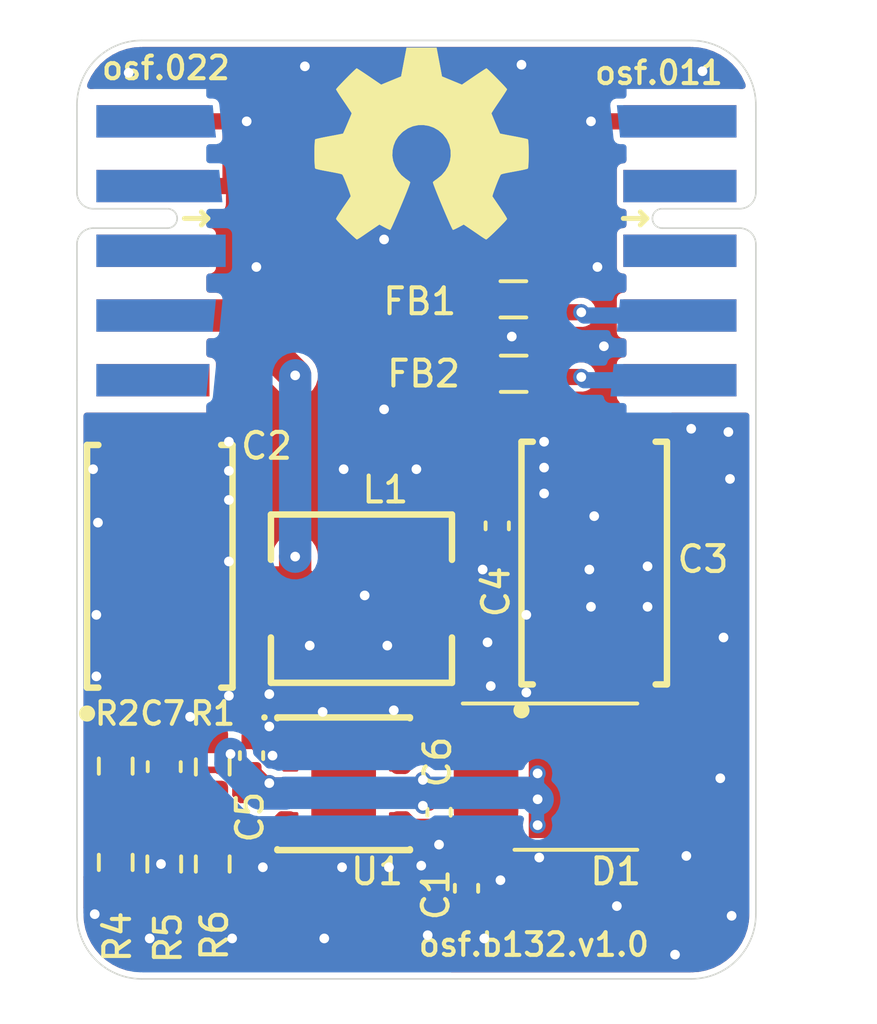
<source format=kicad_pcb>
(kicad_pcb (version 20211014) (generator pcbnew)
  (layers (0 "F.Cu" signal) (31 "B.Cu" signal) (34 "B.Paste" user) (35 "F.Paste" user) (36 "B.SilkS" user "B.Silkscreen") (37 "F.SilkS" user "F.Silkscreen") (38 "B.Mask" user) (39 "F.Mask" user) (44 "Edge.Cuts" user))
  (net 0 "")
  (net 1 "/stepup_2-LR6/SW")
  (net 2 "GND")
  (net 3 "/stepup_2-LR6/VIN")
  (net 4 "Net-(C1-Pad2)")
  (net 5 "/stepup_2-LR6/VDD")
  (net 6 "Net-(R1-Pad1)")
  (net 11 "/stepup_2-LR6/FB")
  (net 12 "/stepup_2-LR6/3.3V")
  (net 13 "/stepup_2-LR6/5V")
  (net 14 "/stepup_2-LR6/FREQ")
  (net 24 "/stepup_2-LR6/HEATSINK")
  (footprint "on_edge:on_edge_2x05_host" (layer "F.Cu") (at 161 80.5 -90)
    (fp_text reference "J2")
    (fp_text value "011_GPIO")
    (fp_line (start -1 4.1) (end -1 3.373) (layer "F.SilkS") (width 0.153))
    (fp_line (start -0.8 3.573) (end -1 3.373) (layer "F.SilkS") (width 0.153))
    (fp_line (start -1 3.373) (end -1.2 3.573) (layer "F.SilkS") (width 0.153))
    (fp_line (start -4 0) (end -1.8 0) (layer "Edge.Cuts") (width 0.05))
    (fp_line (start -0.7 2.9) (end -0.7 0.5) (layer "Edge.Cuts") (width 0.05))
    (fp_line (start -1.3 0.5) (end -1.3 2.9) (layer "Edge.Cuts") (width 0.05))
    (fp_line (start -0.2 0) (end 4 0) (layer "Edge.Cuts") (width 0.05))
    (fp_arc (start -0.7 0.5) (mid -0.553553 0.146447) (end -0.2 0) (layer "Edge.Cuts") (width 0.05))
    (fp_arc (start -0.7 2.9) (mid -1 3.2) (end -1.3 2.9) (layer "Edge.Cuts") (width 0.05))
    (fp_arc (start -1.8 0) (mid -1.446447 0.146447) (end -1.3 0.5) (layer "Edge.Cuts") (width 0.05))
    (pad "1" smd rect (at -4 2.35 270) (size 1 3.5) (layers "F.Cu" "F.Mask") (net 2 "GND"))
    (pad "2" smd rect (at -2 2.35 270) (size 1 3.5) (layers "F.Cu" "F.Mask"))
    (pad "3" smd rect (at 0 2.35 270) (size 1 3.5) (layers "F.Cu" "F.Mask"))
    (pad "4" smd rect (at 2 2.35 270) (size 1 3.5) (layers "F.Cu" "F.Mask"))
    (pad "5" smd rect (at 4 2.35 270) (size 1 3.5) (layers "F.Cu" "F.Mask"))
    (pad "6" smd custom (at -4 2.4 90) (size 1 3.6) (layers "B.Cu" "B.Mask") (options (clearance outline) (anchor rect)) (primitives (gr_poly (pts (xy 0.5 -1.8) (xy -0.5 -1.8) (xy 0.5 -1.9)) (width 0) (fill yes))))
    (pad "7" smd rect (at -2 2.35 90) (size 1 3.5) (layers "B.Cu" "B.Mask"))
    (pad "8" smd rect (at 0 2.35 90) (size 1 3.5) (layers "B.Cu" "B.Mask"))
    (pad "9" smd custom (at 2 2.4 90) (size 1 3.6) (layers "B.Cu" "B.Mask") (net 12 "/stepup_2-LR6/3.3V") (options (clearance outline) (anchor rect)) (primitives (gr_poly (pts (xy 0.5 -1.8) (xy -0.5 -1.8) (xy -0.5 -1.9)) (width 0) (fill yes))))
    (pad "10" smd custom (at 4 2.5 90) (size 1 3.8) (layers "B.Cu" "B.Mask") (net 13 "/stepup_2-LR6/5V") (options (clearance outline) (anchor rect)) (primitives (gr_poly (pts (xy 0.5 -1.9) (xy -0.5 -1.9) (xy -0.5 -2)) (width 0) (fill yes))))
    (zone (net 0) (net_name "") (layers F&B.Cu) (connect_pads (clearance 0)) (min_thickness 0.254)
      (keepout (tracks allowed) (vias not_allowed) (pads allowed) (copperpour not_allowed) (footprints not_allowed))
      (fill (thermal_gap 0.508) (thermal_bridge_width 0.508))
      (polygon (pts (xy 157 85.5) (xy 157 75.5) (xy 161 75.5) (xy 161 85.5)))
    )
  )
  (footprint "Resistor_SMD:R_0603_1608Metric" (layer "F.Cu") (at 141.2 99.4 -90)
    (fp_text reference "R4" (at 2.3 -0.05 90) (layer "F.SilkS") (effects (font (size 0.8 0.8) (thickness 0.127))))
    (fp_text value "22 kOhms")
    (fp_line (start -0.237258 -0.5225) (end 0.237258 -0.5225) (layer "F.SilkS") (width 0.12))
    (fp_line (start -0.237258 0.5225) (end 0.237258 0.5225) (layer "F.SilkS") (width 0.12))
    (pad "1" smd roundrect locked (at -0.825 0 270) (size 0.8 0.95) (layers "F.Cu" "F.Paste" "F.Mask") (net 14 "/stepup_2-LR6/FREQ"))
    (pad "2" smd roundrect locked (at 0.825 0 270) (size 0.8 0.95) (layers "F.Cu" "F.Paste" "F.Mask") (net 4 "Net-(C1-Pad2)"))
  )
  (footprint "b132:CAPMP7344X43-T_V" (layer "F.Cu") (at 142.562509 90.249994 90)
    (fp_text reference "C2" (at 3.249994 2.437491 unlocked) (layer "F.SilkS") (effects (font (size 0.8 0.8) (thickness 0.127)) (justify left bottom)))
    (fp_text value "TPSE107K016R0100" hide)
    (fp_line (start -3.750005 2.250009) (end -3.750005 1.899997) (layer "F.SilkS") (width 0.2))
    (fp_line (start 3.750006 2.250009) (end -3.750005 2.250009) (layer "F.SilkS") (width 0.2))
    (fp_line (start -3.750005 -1.899995) (end -3.750005 -2.250007) (layer "F.SilkS") (width 0.2))
    (fp_line (start 3.750006 -2.250007) (end -3.750005 -2.250007) (layer "F.SilkS") (width 0.2))
    (fp_line (start 3.750006 -1.899995) (end 3.750006 -2.250007) (layer "F.SilkS") (width 0.2))
    (fp_line (start 3.750006 2.250009) (end 3.750006 1.899997) (layer "F.SilkS") (width 0.2))
    (fp_circle (center -4.550001 -2.25) (end -4.675001 -2.25) (layer "F.SilkS") (width 0.25) (fill none))
    (pad "1" smd rect (at -2.999994 -0.000025 90) (size 2 3) (layers "F.Cu" "F.Paste" "F.Mask") (net 3 "/stepup_2-LR6/VIN"))
    (pad "2" smd rect (at 2.999994 -0.000025 90) (size 2 3) (layers "F.Cu" "F.Paste" "F.Mask") (net 2 "GND"))
  )
  (footprint "Capacitor_SMD:C_0402_1005Metric" (layer "F.Cu") (at 151.2 97.85 -90)
    (fp_text reference "C6" (at -1.55 0.05 90) (layer "F.SilkS") (effects (font (size 0.8 0.8) (thickness 0.127))))
    (fp_text value "100nF")
    (fp_line (start -0.107836 0.36) (end 0.107836 0.36) (layer "F.SilkS") (width 0.12))
    (fp_line (start -0.107836 -0.36) (end 0.107836 -0.36) (layer "F.SilkS") (width 0.12))
    (pad "1" smd roundrect locked (at -0.48 0 270) (size 0.56 0.62) (layers "F.Cu" "F.Paste" "F.Mask") (net 5 "/stepup_2-LR6/VDD"))
    (pad "2" smd roundrect locked (at 0.48 0 270) (size 0.56 0.62) (layers "F.Cu" "F.Paste" "F.Mask") (net 2 "GND"))
  )
  (footprint "Capacitor_SMD:C_0402_1005Metric" (layer "F.Cu") (at 152.05 100.2 -90)
    (fp_text reference "C1" (at 0.2 0.95 90) (layer "F.SilkS") (effects (font (size 0.8 0.8) (thickness 0.127))))
    (fp_text value "4.7pF")
    (fp_line (start -0.107836 0.36) (end 0.107836 0.36) (layer "F.SilkS") (width 0.12))
    (fp_line (start -0.107836 -0.36) (end 0.107836 -0.36) (layer "F.SilkS") (width 0.12))
    (pad "1" smd roundrect locked (at -0.48 0 270) (size 0.56 0.62) (layers "F.Cu" "F.Paste" "F.Mask") (net 1 "/stepup_2-LR6/SW"))
    (pad "2" smd roundrect locked (at 0.48 0 270) (size 0.56 0.62) (layers "F.Cu" "F.Paste" "F.Mask") (net 4 "Net-(C1-Pad2)"))
  )
  (footprint "b132:NHE0014A_V" (layer "F.Cu") (at 148.25 96.97)
    (fp_text reference "U1" (at 0.15 3.18 unlocked) (layer "F.SilkS") (effects (font (size 0.8 0.8) (thickness 0.127)) (justify left bottom)))
    (fp_text value "LM2623LDX/NOPB" hide)
    (fp_line (start 2.050001 -2.049984) (end 2.050001 -2.02499) (layer "F.SilkS") (width 0.2))
    (fp_line (start -2.050016 -2.049984) (end -2.050016 -2.02499) (layer "F.SilkS") (width 0.2))
    (fp_line (start -2.050016 2.049983) (end 2.050001 2.049983) (layer "F.SilkS") (width 0.2))
    (fp_line (start -2.050016 2.024989) (end -2.050016 2.049983) (layer "F.SilkS") (width 0.2))
    (fp_line (start 2.050001 2.024989) (end 2.050001 2.049983) (layer "F.SilkS") (width 0.2))
    (fp_line (start -2.050016 -2.049984) (end 2.050001 -2.049984) (layer "F.SilkS") (width 0.2))
    (fp_circle (center -2.45 -2.049999) (end -2.4 -2.049999) (layer "F.SilkS") (width 0.1) (fill none))
    (pad "1" smd roundrect (at -1.650017 -1.500023 90) (size 0.25 0.5) (layers "F.Cu" "F.Paste" "F.Mask") (roundrect_rratio 0.2))
    (pad "2" smd roundrect (at -1.650017 -0.999998 90) (size 0.25 0.5) (layers "F.Cu" "F.Paste" "F.Mask") (roundrect_rratio 0.2) (net 2 "GND"))
    (pad "3" smd roundrect (at -1.650017 -0.500025 90) (size 0.25 0.5) (layers "F.Cu" "F.Paste" "F.Mask") (roundrect_rratio 0.2) (net 2 "GND"))
    (pad "4" smd roundrect (at -1.650017 0 90) (size 0.25 0.5) (layers "F.Cu" "F.Paste" "F.Mask") (roundrect_rratio 0.2) (net 5 "/stepup_2-LR6/VDD"))
    (pad "5" smd roundrect (at -1.650017 0.500024 90) (size 0.25 0.5) (layers "F.Cu" "F.Paste" "F.Mask") (roundrect_rratio 0.2) (net 14 "/stepup_2-LR6/FREQ"))
    (pad "6" smd roundrect (at -1.650017 0.999998 90) (size 0.25 0.5) (layers "F.Cu" "F.Paste" "F.Mask") (roundrect_rratio 0.2) (net 11 "/stepup_2-LR6/FB"))
    (pad "7" smd roundrect (at -1.650017 1.500022 90) (size 0.25 0.5) (layers "F.Cu" "F.Paste" "F.Mask") (roundrect_rratio 0.2))
    (pad "8" smd roundrect (at 1.650002 1.500022 90) (size 0.25 0.5) (layers "F.Cu" "F.Paste" "F.Mask") (roundrect_rratio 0.2))
    (pad "9" smd roundrect (at 1.650002 0.999998 90) (size 0.25 0.5) (layers "F.Cu" "F.Paste" "F.Mask") (roundrect_rratio 0.2) (net 2 "GND"))
    (pad "10" smd roundrect (at 1.650002 0.500024 90) (size 0.25 0.5) (layers "F.Cu" "F.Paste" "F.Mask") (roundrect_rratio 0.2) (net 5 "/stepup_2-LR6/VDD"))
    (pad "11" smd roundrect (at 1.650002 0 90) (size 0.25 0.5) (layers "F.Cu" "F.Paste" "F.Mask") (roundrect_rratio 0.2) (net 5 "/stepup_2-LR6/VDD"))
    (pad "12" smd roundrect (at 1.650002 -0.500025 90) (size 0.25 0.5) (layers "F.Cu" "F.Paste" "F.Mask") (roundrect_rratio 0.2) (net 1 "/stepup_2-LR6/SW"))
    (pad "13" smd roundrect (at 1.650002 -0.999998 90) (size 0.25 0.5) (layers "F.Cu" "F.Paste" "F.Mask") (roundrect_rratio 0.2) (net 1 "/stepup_2-LR6/SW"))
    (pad "14" smd roundrect (at 1.650002 -1.500023 90) (size 0.25 0.5) (layers "F.Cu" "F.Paste" "F.Mask") (roundrect_rratio 0.2))
    (pad "15" smd roundrect (at 0.000018 0 90) (size 3 2) (layers "F.Cu" "F.Paste" "F.Mask") (roundrect_rratio 0.025) (net 24 "/stepup_2-LR6/HEATSINK"))
  )
  (footprint "Capacitor_SMD:C_0402_1005Metric" (layer "F.Cu") (at 153 89 90)
    (fp_text reference "C4" (at -2.039573 -0.040497 90) (layer "F.SilkS") (effects (font (size 0.8 0.8) (thickness 0.127))))
    (fp_text value "100nF")
    (fp_line (start -0.107836 0.36) (end 0.107836 0.36) (layer "F.SilkS") (width 0.12))
    (fp_line (start -0.107836 -0.36) (end 0.107836 -0.36) (layer "F.SilkS") (width 0.12))
    (pad "1" smd roundrect locked (at -0.48 0 90) (size 0.56 0.62) (layers "F.Cu" "F.Paste" "F.Mask") (net 5 "/stepup_2-LR6/VDD"))
    (pad "2" smd roundrect locked (at 0.48 0 90) (size 0.56 0.62) (layers "F.Cu" "F.Paste" "F.Mask") (net 2 "GND"))
  )
  (footprint "Resistor_SMD:R_0603_1608Metric" (layer "F.Cu") (at 144.2 99.45 90)
    (fp_text reference "R6" (at -2.2 0.05 90) (layer "F.SilkS") (effects (font (size 0.8 0.8) (thickness 0.127))))
    (fp_text value "6.2 kOhms")
    (fp_line (start -0.237258 0.5225) (end 0.237258 0.5225) (layer "F.SilkS") (width 0.12))
    (fp_line (start -0.237258 -0.5225) (end 0.237258 -0.5225) (layer "F.SilkS") (width 0.12))
    (pad "1" smd roundrect locked (at -0.825 0 90) (size 0.8 0.95) (layers "F.Cu" "F.Paste" "F.Mask") (net 11 "/stepup_2-LR6/FB"))
    (pad "2" smd roundrect locked (at 0.825 0 90) (size 0.8 0.95) (layers "F.Cu" "F.Paste" "F.Mask") (net 6 "Net-(R1-Pad1)"))
  )
  (footprint "Resistor_SMD:R_0603_1608Metric" (layer "F.Cu") (at 141.2 96.425 90)
    (fp_text reference "R2" (at 1.625 0.05) (layer "F.SilkS") (effects (font (size 0.7 0.7) (thickness 0.127))))
    (fp_text value "75R")
    (fp_line (start -0.237258 -0.5225) (end 0.237258 -0.5225) (layer "F.SilkS") (width 0.12))
    (fp_line (start -0.237258 0.5225) (end 0.237258 0.5225) (layer "F.SilkS") (width 0.12))
    (pad "1" smd roundrect locked (at -0.825 0 90) (size 0.8 0.95) (layers "F.Cu" "F.Paste" "F.Mask") (net 14 "/stepup_2-LR6/FREQ"))
    (pad "2" smd roundrect locked (at 0.825 0 90) (size 0.8 0.95) (layers "F.Cu" "F.Paste" "F.Mask") (net 3 "/stepup_2-LR6/VIN"))
  )
  (footprint "Symbol:OSHW-Symbol_6.7x6mm_SilkScreen" (layer "F.Cu") (at 150.65 77.2)
    (fp_text reference "LOGO1" hide)
    (fp_text value "Logo_Open_Hardware_Small" hide)
    (fp_poly (pts (xy 0.555814 -2.531069) (xy 0.639635 -2.086445) (xy 0.94892 -1.958947) (xy 1.258206 -1.831449) (xy 1.629246 -2.083754) (xy 1.733157 -2.154004) (xy 1.827087 -2.216728) (xy 1.906652 -2.269062) (xy 1.96747 -2.308143) (xy 2.005157 -2.331107) (xy 2.015421 -2.336058) (xy 2.03391 -2.323324) (xy 2.07342 -2.288118) (xy 2.129522 -2.234938) (xy 2.197787 -2.168282) (xy 2.273786 -2.092646) (xy 2.353092 -2.012528) (xy 2.431275 -1.932426) (xy 2.503907 -1.856836) (xy 2.566559 -1.790255) (xy 2.614803 -1.737182) (xy 2.64421 -1.702113) (xy 2.651241 -1.690377) (xy 2.641123 -1.66874) (xy 2.612759 -1.621338) (xy 2.569129 -1.552807) (xy 2.513218 -1.467785) (xy 2.448006 -1.370907) (xy 2.410219 -1.31565) (xy 2.341343 -1.214752) (xy 2.28014 -1.123701) (xy 2.229578 -1.04703) (xy 2.192628 -0.989272) (xy 2.172258 -0.954957) (xy 2.169197 -0.947746) (xy 2.176136 -0.927252) (xy 2.195051 -0.879487) (xy 2.223087 -0.811168) (xy 2.257391 -0.729011) (xy 2.295109 -0.63973) (xy 2.333387 -0.550042) (xy 2.36937 -0.466662) (xy 2.400206 -0.396306) (xy 2.423039 -0.34569) (xy 2.435017 -0.321529) (xy 2.435724 -0.320578) (xy 2.454531 -0.315964) (xy 2.504618 -0.305672) (xy 2.580793 -0.290713) (xy 2.677865 -0.272099) (xy 2.790643 -0.250841) (xy 2.856442 -0.238582) (xy 2.97695 -0.215638) (xy 3.085797 -0.193805) (xy 3.177476 -0.174278) (xy 3.246481 -0.158252) (xy 3.287304 -0.146921) (xy 3.295511 -0.143326) (xy 3.303548 -0.118994) (xy 3.310033 -0.064041) (xy 3.31497 0.015108) (xy 3.318364 0.112026) (xy 3.320218 0.220287) (xy 3.320538 0.333465) (xy 3.319327 0.445135) (xy 3.31659 0.548868) (xy 3.312331 0.638241) (xy 3.306555 0.706826) (xy 3.299267 0.748197) (xy 3.294895 0.75681) (xy 3.268764 0.767133) (xy 3.213393 0.781892) (xy 3.136107 0.799352) (xy 3.04423 0.81778) (xy 3.012158 0.823741) (xy 2.857524 0.852066) (xy 2.735375 0.874876) (xy 2.641673 0.89308) (xy 2.572384 0.907583) (xy 2.523471 0.919292) (xy 2.490897 0.929115) (xy 2.470628 0.937956) (xy 2.458626 0.946724) (xy 2.456947 0.948457) (xy 2.440184 0.976371) (xy 2.414614 1.030695) (xy 2.382788 1.104777) (xy 2.34726 1.191965) (xy 2.310583 1.285608) (xy 2.275311 1.379052) (xy 2.243996 1.465647) (xy 2.219193 1.53874) (xy 2.203454 1.591678) (xy 2.199332 1.617811) (xy 2.199676 1.618726) (xy 2.213641 1.640086) (xy 2.245322 1.687084) (xy 2.291391 1.754827) (xy 2.348518 1.838423) (xy 2.413373 1.932982) (xy 2.431843 1.959854) (xy 2.497699 2.057275) (xy 2.55565 2.146163) (xy 2.602538 2.221412) (xy 2.635207 2.27792) (xy 2.6505 2.310581) (xy 2.651241 2.314593) (xy 2.638392 2.335684) (xy 2.602888 2.377464) (xy 2.549293 2.435445) (xy 2.482171 2.505135) (xy 2.406087 2.582045) (xy 2.325604 2.661683) (xy 2.245287 2.739561) (xy 2.169699 2.811186) (xy 2.103405 2.87207) (xy 2.050969 2.917721) (xy 2.016955 2.94365) (xy 2.007545 2.947883) (xy 1.985643 2.937912) (xy 1.9408 2.91102) (xy 1.880321 2.871736) (xy 1.833789 2.840117) (xy 1.749475 2.782098) (xy 1.649626 2.713784) (xy 1.549473 2.645579) (xy 1.495627 2.609075) (xy 1.313371 2.4858) (xy 1.160381 2.56852) (xy 1.090682 2.604759) (xy 1.031414 2.632926) (xy 0.991311 2.648991) (xy 0.981103 2.651226) (xy 0.968829 2.634722) (xy 0.944613 2.588082) (xy 0.910263 2.515609) (xy 0.867588 2.421606) (xy 0.818394 2.310374) (xy 0.76449 2.186215) (xy 0.707684 2.053432) (xy 0.649782 1.916327) (xy 0.592593 1.779202) (xy 0.537924 1.646358) (xy 0.487584 1.522098) (xy 0.44338 1.410725) (xy 0.407119 1.316539) (xy 0.380609 1.243844) (xy 0.365658 1.196941) (xy 0.363254 1.180833) (xy 0.382311 1.160286) (xy 0.424036 1.126933) (xy 0.479706 1.087702) (xy 0.484378 1.084599) (xy 0.628264 0.969423) (xy 0.744283 0.835053) (xy 0.83143 0.685784) (xy 0.888699 0.525913) (xy 0.915086 0.359737) (xy 0.909585 0.191552) (xy 0.87119 0.025655) (xy 0.798895 -0.133658) (xy 0.777626 -0.168513) (xy 0.666996 -0.309263) (xy 0.536302 -0.422286) (xy 0.390064 -0.506997) (xy 0.232808 -0.562806) (xy 0.069057 -0.589126) (xy -0.096667 -0.58537) (xy -0.259838 -0.55095) (xy -0.415935 -0.485277) (xy -0.560433 -0.387765) (xy -0.605131 -0.348187) (xy -0.718888 -0.224297) (xy -0.801782 -0.093876) (xy -0.858644 0.052315) (xy -0.890313 0.197088) (xy -0.898131 0.35986) (xy -0.872062 0.52344) (xy -0.814755 0.682298) (xy -0.728856 0.830906) (xy -0.617014 0.963735) (xy -0.481877 1.075256) (xy -0.464117 1.087011) (xy -0.40785 1.125508) (xy -0.365077 1.158863) (xy -0.344628 1.18016) (xy -0.344331 1.180833) (xy -0.348721 1.203871) (xy -0.366124 1.256157) (xy -0.394732 1.33339) (xy -0.432735 1.431268) (xy -0.478326 1.545491) (xy -0.529697 1.671758) (xy -0.585038 1.805767) (xy -0.642542 1.943218) (xy -0.700399 2.079808) (xy -0.756802 2.211237) (xy -0.809942 2.333205) (xy -0.85801 2.441409) (xy -0.899199 2.531549) (xy -0.931699 2.599323) (xy -0.953703 2.64043) (xy -0.962564 2.651226) (xy -0.98964 2.642819) (xy -1.040303 2.620272) (xy -1.105817 2.587613) (xy -1.141841 2.56852) (xy -1.294832 2.4858) (xy -1.477088 2.609075) (xy -1.570125 2.672228) (xy -1.671985 2.741727) (xy -1.767438 2.807165) (xy -1.81525 2.840117) (xy -1.882495 2.885273) (xy -1.939436 2.921057) (xy -1.978646 2.942938) (xy -1.991381 2.947563) (xy -2.009917 2.935085) (xy -2.050941 2.900252) (xy -2.110475 2.846678) (xy -2.184542 2.777983) (xy -2.269165 2.697781) (xy -2.322685 2.646286) (xy -2.416319 2.554286) (xy -2.497241 2.471999) (xy -2.562177 2.402945) (xy -2.607858 2.350644) (xy -2.631011 2.318616) (xy -2.633232 2.312116) (xy -2.622924 2.287394) (xy -2.594439 2.237405) (xy -2.550937 2.167212) (xy -2.495577 2.081875) (xy -2.43152 1.986456) (xy -2.413303 1.959854) (xy -2.346927 1.863167) (xy -2.287378 1.776117) (xy -2.237984 1.703595) (xy -2.202075 1.650493) (xy -2.182981 1.621703) (xy -2.181136 1.618726) (xy -2.183895 1.595782) (xy -2.198538 1.545336) (xy -2.222513 1.474041) (xy -2.253266 1.388547) (xy -2.288244 1.295507) (xy -2.324893 1.201574) (xy -2.360661 1.113399) (xy -2.392994 1.037634) (xy -2.419338 0.980931) (xy -2.437142 0.949943) (xy -2.438407 0.948457) (xy -2.449294 0.939601) (xy -2.467682 0.930843) (xy -2.497606 0.921277) (xy -2.543103 0.909996) (xy -2.608209 0.896093) (xy -2.696961 0.878663) (xy -2.813393 0.856798) (xy -2.961542 0.829591) (xy -2.993618 0.823741) (xy -3.088686 0.805374) (xy -3.171565 0.787405) (xy -3.23493 0.771569) (xy -3.271458 0.7596) (xy -3.276356 0.75681) (xy -3.284427 0.732072) (xy -3.290987 0.67679) (xy -3.296033 0.597389) (xy -3.299559 0.500296) (xy -3.301561 0.391938) (xy -3.302036 0.27874) (xy -3.300977 0.167128) (xy -3.298382 0.063529) (xy -3.294246 -0.025632) (xy -3.288563 -0.093928) (xy -3.281331 -0.134934) (xy -3.276971 -0.143326) (xy -3.252698 -0.151792) (xy -3.197426 -0.165565) (xy -3.116662 -0.18345) (xy -3.015912 -0.204252) (xy -2.900683 -0.226777) (xy -2.837902 -0.238582) (xy -2.718787 -0.260849) (xy -2.612565 -0.281021) (xy -2.524427 -0.298085) (xy -2.459566 -0.311031) (xy -2.423174 -0.318845) (xy -2.417184 -0.320578) (xy -2.407061 -0.34011) (xy -2.385662 -0.387157) (xy -2.355839 -0.454997) (xy -2.320445 -0.536909) (xy -2.282332 -0.626172) (xy -2.244353 -0.716065) (xy -2.20936 -0.799865) (xy -2.180206 -0.870853) (xy -2.159743 -0.922306) (xy -2.150823 -0.947503) (xy -2.150657 -0.948604) (xy -2.160769 -0.968481) (xy -2.189117 -1.014223) (xy -2.232723 -1.081283) (xy -2.288606 -1.165116) (xy -2.353787 -1.261174) (xy -2.391679 -1.31635) (xy -2.460725 -1.417519) (xy -2.52205 -1.50937) (xy -2.572663 -1.587256) (xy -2.609571 -1.646531) (xy -2.629782 -1.682549) (xy -2.632701 -1.690623) (xy -2.620153 -1.709416) (xy -2.585463 -1.749543) (xy -2.533063 -1.806507) (xy -2.467384 -1.875815) (xy -2.392856 -1.952969) (xy -2.313913 -2.033475) (xy -2.234983 -2.112837) (xy -2.1605 -2.18656) (xy -2.094894 -2.250148) (xy -2.042596 -2.299106) (xy -2.008039 -2.328939) (xy -1.996478 -2.336058) (xy -1.977654 -2.326047) (xy -1.932631 -2.297922) (xy -1.865787 -2.254546) (xy -1.781499 -2.198782) (xy -1.684144 -2.133494) (xy -1.610707 -2.083754) (xy -1.239667 -1.831449) (xy -0.621095 -2.086445) (xy -0.537275 -2.531069) (xy -0.453454 -2.975693) (xy 0.471994 -2.975693) (xy 0.555814 -2.531069)) (layer "F.SilkS") (width 0.01) (fill solid))
  )
  (footprint "Capacitor_SMD:C_0402_1005Metric" (layer "F.Cu") (at 145.4 96.1 90)
    (fp_text reference "C5" (at -1.9 -0.05 90) (layer "F.SilkS") (effects (font (size 0.8 0.8) (thickness 0.127))))
    (fp_text value "100nF")
    (fp_line (start -0.107836 -0.36) (end 0.107836 -0.36) (layer "F.SilkS") (width 0.12))
    (fp_line (start -0.107836 0.36) (end 0.107836 0.36) (layer "F.SilkS") (width 0.12))
    (pad "1" smd roundrect locked (at -0.48 0 90) (size 0.56 0.62) (layers "F.Cu" "F.Paste" "F.Mask") (net 5 "/stepup_2-LR6/VDD"))
    (pad "2" smd roundrect locked (at 0.48 0 90) (size 0.56 0.62) (layers "F.Cu" "F.Paste" "F.Mask") (net 2 "GND"))
  )
  (footprint "b132:WURTH 5040" (layer "F.Cu") (at 148.8 91.249994)
    (fp_text reference "L1" (at -0.05 -2.899994 unlocked) (layer "F.SilkS") (effects (font (size 0.8 0.8) (thickness 0.127)) (justify left bottom)))
    (fp_text value "4.7uH" hide)
    (fp_line (start -2.800023 -1.199995) (end -2.800023 -2.599992) (layer "F.SilkS") (width 0.2))
    (fp_line (start -2.800023 -2.599992) (end 2.800017 -2.599992) (layer "F.SilkS") (width 0.2))
    (fp_line (start 2.800017 -1.199995) (end 2.800017 -2.599992) (layer "F.SilkS") (width 0.2))
    (fp_line (start -2.800023 2.599997) (end 2.800017 2.599997) (layer "F.SilkS") (width 0.2))
    (fp_line (start 2.800017 2.599997) (end 2.800017 1.2) (layer "F.SilkS") (width 0.2))
    (fp_line (start -2.800023 2.599997) (end -2.800023 1.2) (layer "F.SilkS") (width 0.2))
    (pad "1" smd rect (at -2.050012 0.000003 90) (size 1.6 1.9) (layers "F.Cu" "F.Paste" "F.Mask") (net 3 "/stepup_2-LR6/VIN"))
    (pad "2" smd rect (at 2.050006 0.000003 90) (size 1.6 1.9) (layers "F.Cu" "F.Paste" "F.Mask") (net 1 "/stepup_2-LR6/SW"))
  )
  (footprint "Capacitor_SMD:C_0603_1608Metric" (layer "F.Cu") (at 142.7 96.441833 -90)
    (fp_text reference "C7" (at -1.641833 0.05 180) (layer "F.SilkS") (effects (font (size 0.7 0.7) (thickness 0.127))))
    (fp_text value "33pF")
    (fp_line (start -0.14058 -0.51) (end 0.14058 -0.51) (layer "F.SilkS") (width 0.12))
    (fp_line (start -0.14058 0.51) (end 0.14058 0.51) (layer "F.SilkS") (width 0.12))
    (pad "1" smd roundrect locked (at -0.775 0 270) (size 0.9 0.95) (layers "F.Cu" "F.Paste" "F.Mask") (net 5 "/stepup_2-LR6/VDD"))
    (pad "2" smd roundrect locked (at 0.775 0 270) (size 0.9 0.95) (layers "F.Cu" "F.Paste" "F.Mask") (net 11 "/stepup_2-LR6/FB"))
  )
  (footprint "b132:PMEG100V100ELPDAZ" (layer "F.Cu") (at 156.45 96.75 180)
    (fp_text reference "D1" (at 0.65 -3.4 unlocked) (layer "F.SilkS") (effects (font (size 0.8 0.8) (thickness 0.127)) (justify left bottom)))
    (fp_text value "PMEG100V100ELPDAZ" hide)
    (fp_line (start -0.883999 -2.26) (end 2.915999 -2.26) (layer "F.SilkS") (width 0.12))
    (fp_line (start -0.883999 2.26) (end 4.516 2.26) (layer "F.SilkS") (width 0.12))
    (pad "1" smd rect (at 3.795999 1.065 180) (size 1.44 1.6) (layers "F.Cu" "F.Paste" "F.Mask") (net 1 "/stepup_2-LR6/SW"))
    (pad "2" smd rect (at 3.795999 -1.065 180) (size 1.44 1.6) (layers "F.Cu" "F.Paste" "F.Mask") (net 1 "/stepup_2-LR6/SW"))
    (pad "3" smd rect (at -0.004001 0 180) (size 4.96 3.8) (layers "F.Cu" "F.Paste" "F.Mask") (net 5 "/stepup_2-LR6/VDD"))
  )
  (footprint "Resistor_SMD:R_0603_1608Metric" (layer "F.Cu") (at 142.7 99.45 90)
    (fp_text reference "R5" (at -2.281439 0.116637 90) (layer "F.SilkS") (effects (font (size 0.8 0.8) (thickness 0.127))))
    (fp_text value "100 kOhms")
    (fp_line (start -0.237258 -0.5225) (end 0.237258 -0.5225) (layer "F.SilkS") (width 0.12))
    (fp_line (start -0.237258 0.5225) (end 0.237258 0.5225) (layer "F.SilkS") (width 0.12))
    (pad "1" smd roundrect locked (at -0.825 0 90) (size 0.8 0.95) (layers "F.Cu" "F.Paste" "F.Mask") (net 2 "GND"))
    (pad "2" smd roundrect locked (at 0.825 0 90) (size 0.8 0.95) (layers "F.Cu" "F.Paste" "F.Mask") (net 11 "/stepup_2-LR6/FB"))
  )
  (footprint "Inductor_SMD:L_0805_2012Metric" (layer "F.Cu") (at 153.509617 84.3)
    (fp_text reference "FB2" (at -2.7875 0) (layer "F.SilkS") (effects (font (size 0.8 0.8) (thickness 0.127))))
    (fp_text value "200R_2A")
    (fp_line (start -0.399622 -0.56) (end 0.399622 -0.56) (layer "F.SilkS") (width 0.12))
    (fp_line (start -0.399622 0.56) (end 0.399622 0.56) (layer "F.SilkS") (width 0.12))
    (pad "1" smd roundrect locked (at -1.0625 0) (size 0.875 1.2) (layers "F.Cu" "F.Paste" "F.Mask") (net 5 "/stepup_2-LR6/VDD"))
    (pad "2" smd roundrect locked (at 1.0625 0) (size 0.875 1.2) (layers "F.Cu" "F.Paste" "F.Mask") (net 13 "/stepup_2-LR6/5V"))
  )
  (footprint "on_edge:on_edge_2x05_device" (layer "F.Cu") (at 140 80.5 -90)
    (fp_text reference "J1")
    (fp_text value "022_battery_cells")
    (fp_line (start -1 -4.05) (end -0.8 -3.85) (layer "F.SilkS") (width 0.153))
    (fp_line (start -1.2 -3.85) (end -1 -4.05) (layer "F.SilkS") (width 0.153))
    (fp_line (start -1 -4.05) (end -1 -3.323) (layer "F.SilkS") (width 0.153))
    (fp_line (start -1.3 -2.8) (end -1.3 -0.5) (layer "Edge.Cuts") (width 0.05))
    (fp_line (start -0.7 -0.5) (end -0.7 -2.8) (layer "Edge.Cuts") (width 0.05))
    (fp_line (start -4 0) (end -1.8 0) (layer "Edge.Cuts") (width 0.05))
    (fp_line (start -0.2 0) (end 4 0) (layer "Edge.Cuts") (width 0.05))
    (fp_arc (start -1.3 -2.8) (mid -1 -3.1) (end -0.7 -2.8) (layer "Edge.Cuts") (width 0.05))
    (fp_arc (start -1.3 -0.5) (mid -1.446447 -0.146447) (end -1.8 0) (layer "Edge.Cuts") (width 0.05))
    (fp_arc (start -0.2 0) (mid -0.553553 -0.146447) (end -0.7 -0.5) (layer "Edge.Cuts") (width 0.05))
    (pad "1" smd rect (at -4 -2.35 90) (size 1 3.5) (layers "F.Cu" "F.Mask") (net 2 "GND"))
    (pad "2" smd rect (at -2 -2.35 270) (size 1 3.5) (layers "F.Cu" "F.Mask") (net 2 "GND"))
    (pad "3" smd rect (at 0 -2.35 270) (size 1 3.5) (layers "F.Cu" "F.Mask"))
    (pad "4" smd rect (at 2 -2.35 90) (size 1 3.5) (layers "F.Cu" "F.Mask") (net 3 "/stepup_2-LR6/VIN"))
    (pad "5" smd rect (at 4 -2.35 90) (size 1 3.5) (layers "F.Cu" "F.Mask"))
    (pad "6" smd custom (at -4 -2.4 270) (size 1 3.6) (layers "B.Cu" "B.Mask") (options (clearance outline) (anchor rect)) (primitives (gr_poly (pts (xy 0.5 -1.8) (xy 0.5 -1.9) (xy -0.5 -1.8)) (width 0) (fill yes))))
    (pad "7" smd custom (at -2 -2.1 270) (size 1 3) (layers "B.Cu" "B.Mask") (options (clearance outline) (anchor rect)) (primitives (gr_poly (pts (xy 0.3 -0.51) (xy 0.31 -0.62) (xy 0.33 -0.7) (xy 0.35 -0.76) (xy 0.37 -0.81) (xy 0.4 -0.86) (xy 0.44 -0.92) (xy 0.48 -0.97) (xy 0.5 -0.99) (xy 0.5 -2.4) (xy -0.5 -2.3) (xy -0.5 1.5) (xy 0.3 1.5)) (width 0) (fill yes))))
    (pad "8" smd rect (at 0 -2.6 270) (size 1 4) (layers "B.Cu" "B.Mask"))
    (pad "9" smd custom (at 2 -2.4 270) (size 1 3.6) (layers "B.Cu" "B.Mask") (options (clearance outline) (anchor rect)) (primitives (gr_poly (pts (xy -0.5 -1.8) (xy -0.5 -1.9) (xy 0.5 -1.8)) (width 0) (fill yes))))
    (pad "10" smd custom (at 4 -2.3 270) (size 1 3.4) (layers "B.Cu" "B.Mask") (options (clearance outline) (anchor rect)) (primitives (gr_poly (pts (xy -0.5 -1.7) (xy -0.5 -1.8) (xy 0.5 -1.7)) (width 0) (fill yes))))
    (zone (net 0) (net_name "") (layers F&B.Cu) (connect_pads (clearance 0)) (min_thickness 0.254)
      (keepout (tracks allowed) (vias not_allowed) (pads allowed) (copperpour not_allowed) (footprints not_allowed))
      (fill (thermal_gap 0.508) (thermal_bridge_width 0.508))
      (polygon (pts (xy 140 85.5) (xy 140 75.5) (xy 144 75.5) (xy 144 85.5)))
    )
  )
  (footprint "b132:CAPMP7344X43-T_V" (layer "F.Cu") (at 156 90.15 90)
    (fp_text reference "C3" (at -0.35 2.5 unlocked) (layer "F.SilkS") (effects (font (size 0.8 0.8) (thickness 0.127)) (justify left bottom)))
    (fp_text value "TPSE107K016R0100" hide)
    (fp_line (start 3.750006 -1.899995) (end 3.750006 -2.250007) (layer "F.SilkS") (width 0.2))
    (fp_line (start -3.750005 2.250009) (end -3.750005 1.899997) (layer "F.SilkS") (width 0.2))
    (fp_line (start 3.750006 -2.250007) (end -3.750005 -2.250007) (layer "F.SilkS") (width 0.2))
    (fp_line (start 3.750006 2.250009) (end 3.750006 1.899997) (layer "F.SilkS") (width 0.2))
    (fp_line (start 3.750006 2.250009) (end -3.750005 2.250009) (layer "F.SilkS") (width 0.2))
    (fp_line (start -3.750005 -1.899995) (end -3.750005 -2.250007) (layer "F.SilkS") (width 0.2))
    (fp_circle (center -4.550001 -2.25) (end -4.675001 -2.25) (layer "F.SilkS") (width 0.25) (fill none))
    (pad "1" smd rect (at -2.999994 -0.000025 90) (size 2 3) (layers "F.Cu" "F.Paste" "F.Mask") (net 5 "/stepup_2-LR6/VDD"))
    (pad "2" smd rect (at 2.999994 -0.000025 90) (size 2 3) (layers "F.Cu" "F.Paste" "F.Mask") (net 2 "GND"))
  )
  (footprint "Inductor_SMD:L_0805_2012Metric" (layer "F.Cu") (at 153.5 82)
    (fp_text reference "FB1" (at -2.897272 0.065089) (layer "F.SilkS") (effects (font (size 0.8 0.8) (thickness 0.127))))
    (fp_text value "200R_2A")
    (fp_line (start -0.399622 -0.56) (end 0.399622 -0.56) (layer "F.SilkS") (width 0.12))
    (fp_line (start -0.399622 0.56) (end 0.399622 0.56) (layer "F.SilkS") (width 0.12))
    (pad "1" smd roundrect locked (at -1.0625 0) (size 0.875 1.2) (layers "F.Cu" "F.Paste" "F.Mask") (net 5 "/stepup_2-LR6/VDD"))
    (pad "2" smd roundrect locked (at 1.0625 0) (size 0.875 1.2) (layers "F.Cu" "F.Paste" "F.Mask") (net 12 "/stepup_2-LR6/3.3V"))
  )
  (footprint "Resistor_SMD:R_0603_1608Metric" (layer "F.Cu") (at 144.2 96.45 90)
    (fp_text reference "R1" (at 1.65 0 180) (layer "F.SilkS") (effects (font (size 0.7 0.7) (thickness 0.127))))
    (fp_text value "160 kOhms")
    (fp_line (start -0.237258 0.5225) (end 0.237258 0.5225) (layer "F.SilkS") (width 0.12))
    (fp_line (start -0.237258 -0.5225) (end 0.237258 -0.5225) (layer "F.SilkS") (width 0.12))
    (pad "1" smd roundrect locked (at -0.825 0 90) (size 0.8 0.95) (layers "F.Cu" "F.Paste" "F.Mask") (net 6 "Net-(R1-Pad1)"))
    (pad "2" smd roundrect locked (at 0.825 0 90) (size 0.8 0.95) (layers "F.Cu" "F.Paste" "F.Mask") (net 5 "/stepup_2-LR6/VDD"))
  )
  (gr_line (start 161 76) (end 161 76.5) (layer "Edge.Cuts") (width 0.05))
  (gr_line (start 140 84.5) (end 140 101) (layer "Edge.Cuts") (width 0.05))
  (gr_line (start 142 74) (end 159 74) (layer "Edge.Cuts") (width 0.05))
  (gr_arc (start 161 101) (mid 160.414214 102.414214) (end 159 103) (layer "Edge.Cuts") (width 0.05))
  (gr_line (start 159 103) (end 142 103) (layer "Edge.Cuts") (width 0.05))
  (gr_arc (start 159 74) (mid 160.414214 74.585786) (end 161 76) (layer "Edge.Cuts") (width 0.05))
  (gr_line (start 140 76.5) (end 140 76) (layer "Edge.Cuts") (width 0.05))
  (gr_line (start 161 101) (end 161 84.5) (layer "Edge.Cuts") (width 0.05))
  (gr_arc (start 142 103) (mid 140.585786 102.414214) (end 140 101) (layer "Edge.Cuts") (width 0.05))
  (gr_arc (start 140 76) (mid 140.585786 74.585786) (end 142 74) (layer "Edge.Cuts") (width 0.05))
  (gr_text "osf.011" (at 158 75) (layer "F.SilkS") (effects (font (size 0.7 0.7) (thickness 0.127))))
  (gr_text "osf.b132.v1.0" (at 150.5 102.35) (layer "F.SilkS") (effects (font (size 0.7 0.7) (thickness 0.127)) (justify left bottom)))
  (gr_text "osf.022" (at 142.75 74.85) (layer "F.SilkS") (effects (font (size 0.7 0.7) (thickness 0.127))))
  (segment (start 151.38 94.538184) (end 152.526816 95.685) (width 2) (layer "F.Cu") (net 1))
  (segment (start 149.900002 96.469975) (end 150.130025 96.469975) (width 0.4) (layer "F.Cu") (net 1))
  (segment (start 150.850006 95.370006) (end 151.165 95.685) (width 1) (layer "F.Cu") (net 1))
  (segment (start 151.38 94.18) (end 151.38 94.538184) (width 2) (layer "F.Cu") (net 1))
  (segment (start 150.55 96.05) (end 150.8 96.05) (width 0.4) (layer "F.Cu") (net 1))
  (segment (start 152.654001 99.115999) (end 152.05 99.72) (width 1) (layer "F.Cu") (net 1))
  (segment (start 151.02 91.419991) (end 151.02 93.82) (width 2) (layer "F.Cu") (net 1))
  (segment (start 151.02 93.82) (end 151.38 94.18) (width 2) (layer "F.Cu") (net 1))
  (segment (start 150.850006 91.249997) (end 151.02 91.419991) (width 2) (layer "F.Cu") (net 1))
  (segment (start 152.654001 95.685) (end 151.165 95.685) (width 1) (layer "F.Cu") (net 1))
  (segment (start 150.25001 95.970002) (end 150.850006 95.370006) (width 0.4) (layer "F.Cu") (net 1))
  (segment (start 150.8 96.05) (end 151.165 95.685) (width 0.4) (layer "F.Cu") (net 1))
  (segment (start 152.654001 95.685) (end 152.654001 97.815) (width 2) (layer "F.Cu") (net 1))
  (segment (start 150.130025 96.469975) (end 150.55 96.05) (width 0.4) (layer "F.Cu") (net 1))
  (segment (start 152.654001 97.815) (end 152.654001 99.115999) (width 1) (layer "F.Cu") (net 1))
  (segment (start 152.526816 95.685) (end 152.654001 95.685) (width 2) (layer "F.Cu") (net 1))
  (segment (start 149.900002 95.970002) (end 150.25001 95.970002) (width 0.4) (layer "F.Cu") (net 1))
  (segment (start 150.850006 91.249997) (end 150.850006 95.370006) (width 1) (layer "F.Cu") (net 1))
  (segment (start 144.7 76.5) (end 142.35 76.5) (width 0.5) (layer "F.Cu") (net 2))
  (segment (start 140.55 101) (end 140.35 100.8) (width 0.3) (layer "F.Cu") (net 2))
  (segment (start 140.35 100.8) (end 140.35 99.85) (width 0.3) (layer "F.Cu") (net 2))
  (segment (start 142.6 99.45) (end 142.7 99.55) (width 0.3) (layer "F.Cu") (net 2))
  (segment (start 149.4 87.25) (end 150.5 87.25) (width 2) (layer "F.Cu") (net 2))
  (segment (start 151.2 98.33) (end 151.2 98.65) (width 0.3) (layer "F.Cu") (net 2))
  (segment (start 144.75 78.45) (end 144.75 76.55) (width 0.5) (layer "F.Cu") (net 2))
  (segment (start 142.35 78.5) (end 144.7 78.5) (width 0.5) (layer "F.Cu") (net 2))
  (segment (start 150.4 98.2) (end 151.07 98.2) (width 0.3) (layer "F.Cu") (net 2))
  (segment (start 146.040438 96.25) (end 146.6 96.25) (width 0.4) (layer "F.Cu") (net 2))
  (segment (start 146 95.798994) (end 146.171008 95.970002) (width 0.4) (layer "F.Cu") (net 2))
  (segment (start 140.75 99.45) (end 142.6 99.45) (width 0.3) (layer "F.Cu") (net 2))
  (segment (start 149.5 76.5) (end 149.5 80.15) (width 0.5) (layer "F.Cu") (net 2))
  (segment (start 148.25 87.25) (end 149.4 87.25) (width 2) (layer "F.Cu") (net 2))
  (segment (start 146 94.7) (end 146 95.2) (width 0.4) (layer "F.Cu") (net 2))
  (segment (start 155.9 76.5) (end 149.5 76.5) (width 0.5) (layer "F.Cu") (net 2))
  (segment (start 151.07 98.2) (end 151.2 98.33) (width 0.3) (layer "F.Cu") (net 2))
  (segment (start 155.899981 87.25) (end 155.999975 87.150006) (width 2) (layer "F.Cu") (net 2))
  (segment (start 150.169998 97.969998) (end 150.4 98.2) (width 0.3) (layer "F.Cu") (net 2))
  (segment (start 145.4 95.62) (end 145.53 95.62) (width 0.4) (layer "F.Cu") (net 2))
  (segment (start 149.5 76.5) (end 145.25 76.5) (width 0.5) (layer "F.Cu") (net 2))
  (segment (start 140.35 99.85) (end 140.75 99.45) (width 0.3) (layer "F.Cu") (net 2))
  (segment (start 145.95 94.2) (end 146 94.25) (width 0.4) (layer "F.Cu") (net 2))
  (segment (start 144.75 76.55) (end 144.7 76.5) (width 0.5) (layer "F.Cu") (net 2))
  (segment (start 142.562484 87.25) (end 148.25 87.25) (width 2) (layer "F.Cu") (net 2))
  (segment (start 145.65 94.5) (end 145.95 94.2) (width 0.4) (layer "F.Cu") (net 2))
  (segment (start 144.7 78.5) (end 144.75 78.45) (width 0.5) (layer "F.Cu") (net 2))
  (segment (start 149.5 80.15) (end 149.5 85.4) (width 0.5) (layer "F.Cu") (net 2))
  (segment (start 145.410438 95.62) (end 145.945219 96.154781) (width 0.4) (layer "F.Cu") (net 2))
  (segment (start 145.53 95.62) (end 145.65 95.5) (width 0.4) (layer "F.Cu") (net 2))
  (segment (start 145.945219 96.154781) (end 146.040438 96.25) (width 0.4) (layer "F.Cu") (net 2))
  (segment (start 145.4 95.62) (end 145.410438 95.62) (width 0.4) (layer "F.Cu") (net 2))
  (segment (start 149.5 87.15) (end 149.4 87.25) (width 0.5) (layer "F.Cu") (net 2))
  (segment (start 146 94.25) (end 146 94.7) (width 0.4) (layer "F.Cu") (net 2))
  (segment (start 146 95.2) (end 146 95.798994) (width 0.4) (layer "F.Cu") (net 2))
  (segment (start 146.171008 95.970002) (end 146.599983 95.970002) (width 0.4) (layer "F.Cu") (net 2))
  (segment (start 145.25 76.5) (end 144.7 76.5) (width 0.5) (layer "F.Cu") (net 2))
  (segment (start 149.900002 97.969998) (end 150.169998 97.969998) (width 0.3) (layer "F.Cu") (net 2))
  (segment (start 142.7 99.55) (end 142.7 100.225) (width 0.3) (layer "F.Cu") (net 2))
  (segment (start 150.5 87.25) (end 155.899981 87.25) (width 2) (layer "F.Cu") (net 2))
  (segment (start 145.65 95.5) (end 145.65 94.5) (width 0.4) (layer "F.Cu") (net 2))
  (segment (start 158.65 76.5) (end 155.9 76.5) (width 0.5) (layer "F.Cu") (net 2))
  (segment (start 149.5 85.4) (end 149.5 87.15) (width 0.5) (layer "F.Cu") (net 2))
  (via (at 147.05 74.8) (size 0.5) (drill 0.3) (layers "F.Cu" "B.Cu") (net 2))
  (via (at 144.7 86.4) (size 0.5) (drill 0.3) (layers "F.Cu" "B.Cu") (net 2))
  (via (at 149.8 94.7) (size 0.5) (drill 0.3) (layers "F.Cu" "B.Cu") (net 2))
  (via (at 156 88.7) (size 0.5) (drill 0.3) (layers "F.Cu" "B.Cu") (net 2))
  (via (at 146.05 96.1) (size 0.5) (drill 0.3) (layers "F.Cu" "B.Cu") (net 2))
  (via (at 142.6 99.45) (size 0.5) (drill 0.3) (layers "F.Cu" "B.Cu") (net 2))
  (via (at 148.9 91.15) (size 0.5) (drill 0.3) (layers "F.Cu" "B.Cu") (net 2))
  (via (at 153.1 99.95) (size 0.5) (drill 0.3) (layers "F.Cu" "B.Cu") (net 2))
  (via (at 153.45 83.15) (size 0.5) (drill 0.3) (layers "F.Cu" "B.Cu") (net 2))
  (via (at 149.65 99.55) (size 0.5) (drill 0.3) (layers "F.Cu" "B.Cu") (net 2))
  (via (at 160.15 86.1) (size 0.5) (drill 0.3) (layers "F.Cu" "B.Cu") (net 2))
  (via (at 152.55 90.35) (size 0.5) (drill 0.3) (layers "F.Cu" "B.Cu") (net 2))
  (via (at 149.6 92.7) (size 0.5) (drill 0.3) (layers "F.Cu" "B.Cu") (net 2))
  (via (at 147.2 92.7) (size 0.5) (drill 0.3) (layers "F.Cu" "B.Cu") (net 2))
  (via (at 144.7 87.3) (size 0.5) (drill 0.3) (layers "F.Cu" "B.Cu") (net 2))
  (via (at 142.25 101.75) (size 0.5) (drill 0.3) (layers "F.Cu" "B.Cu") (net 2))
  (via (at 143.5 94.9) (size 0.5) (drill 0.3) (layers "F.Cu" "B.Cu") (net 2))
  (via (at 145.25 76.5) (size 0.5) (drill 0.3) (layers "F.Cu" "B.Cu") (net 2))
  (via (at 159 86) (size 0.5) (drill 0.3) (layers "F.Cu" "B.Cu") (net 2))
  (via (at 160.2 87.55) (size 0.5) (drill 0.3) (layers "F.Cu" "B.Cu") (net 2))
  (via (at 148.2 99.55) (size 0.5) (drill 0.3) (layers "F.Cu" "B.Cu") (net 2))
  (via (at 153.9 91.75) (size 0.5) (drill 0.3) (layers "F.Cu" "B.Cu") (net 2))
  (via (at 140.5 87.25) (size 0.5) (drill 0.3) (layers "F.Cu" "B.Cu") (net 2))
  (via (at 149.5 80.15) (size 0.5) (drill 0.3) (layers "F.Cu" "B.Cu") (net 2))
  (via (at 150.5 87.25) (size 0.5) (drill 0.3) (layers "F.Cu" "B.Cu") (net 2))
  (via (at 140.6 91.75) (size 0.5) (drill 0.3) (layers "F.Cu" "B.Cu") (net 2))
  (via (at 145.95 94.2) (size 0.5) (drill 0.3) (layers "F.Cu" "B.Cu") (net 2))
  (via (at 144.7 90.1) (size 0.5) (drill 0.3) (layers "F.Cu" "B.Cu") (net 2))
  (via (at 155.9 91.5) (size 0.5) (drill 0.3) (layers "F.Cu" "B.Cu") (net 2))
  (via (at 147.65 101.75) (size 0.5) (drill 0.3) (layers "F.Cu" "B.Cu") (net 2))
  (via (at 144.8 101.75) (size 0.5) (drill 0.3) (layers "F.Cu" "B.Cu") (net 2))
  (via (at 145.55 81) (size 0.5) (drill 0.3) (layers "F.Cu" "B.Cu") (net 2))
  (via (at 144.7 94.25) (size 0.5) (drill 0.3) (layers "F.Cu" "B.Cu") (net 2))
  (via (at 152.7 92.6) (size 0.5) (drill 0.3) (layers "F.Cu" "B.Cu") (net 2))
  (via (at 156.1 81) (size 0.5) (drill 0.3) (layers "F.Cu" "B.Cu") (net 2))
  (via (at 158.85 99.2) (size 0.5) (drill 0.3) (layers "F.Cu" "B.Cu") (net 2))
  (via (at 156.7 100.75) (size 0.5) (drill 0.3) (layers "F.Cu" "B.Cu") (net 2))
  (via (at 153.75 74.75) (size 0.5) (drill 0.3) (layers "F.Cu" "B.Cu") (net 2))
  (via (at 159.9 96.8) (size 0.5) (drill 0.3) (layers "F.Cu" "B.Cu") (net 2))
  (via (at 147.6 94.75) (size 0.5) (drill 0.3) (layers "F.Cu" "B.Cu") (net 2))
  (via (at 148.25 87.25) (size 0.5) (drill 0.3) (layers "F.Cu" "B.Cu") (net 2))
  (via (at 140.55 101) (size 0.5) (drill 0.3) (layers "F.Cu" "B.Cu") (net 2))
  (via (at 140.6 93.65) (size 0.5) (drill 0.3) (layers "F.Cu" "B.Cu") (net 2))
  (via (at 154.45 86.4) (size 0.5) (drill 0.3) (layers "F.Cu" "B.Cu") (net 2))
  (via (at 160 92.45) (size 0.5) (drill 0.3) (layers "F.Cu" "B.Cu") (net 2))
  (via (at 152.8 93.95) (size 0.5) (drill 0.3) (layers "F.Cu" "B.Cu") (net 2))
  (via (at 144.7 88.2) (size 0.5) (drill 0.3) (layers "F.Cu" "B.Cu") (net 2))
  (via (at 154.45 88) (size 0.5) (drill 0.3) (layers "F.Cu" "B.Cu") (net 2))
  (via (at 145.75 99.55) (size 0.5) (drill 0.3) (layers "F.Cu" "B.Cu") (net 2))
  (via (at 140.65 88.9) (size 0.5) (drill 0.3) (layers "F.Cu" "B.Cu") (net 2))
  (via (at 150.85 101.65) (size 0.5) (drill 0.3) (layers "F.Cu" "B.Cu") (net 2))
  (via (at 157.65 90.25) (size 0.5) (drill 0.3) (layers "F.Cu" "B.Cu") (net 2))
  (via (at 154.3 99.25) (size 0.5) (drill 0.3) (layers "F.Cu" "B.Cu") (net 2))
  (via (at 155.85 90.35) (size 0.5) (drill 0.3) (layers "F.Cu" "B.Cu") (net 2))
  (via (at 160.25 101.05) (size 0.5) (drill 0.3) (layers "F.Cu" "B.Cu") (net 2))
  (via (at 151.2 98.85) (size 0.5) (drill 0.3) (layers "F.Cu" "B.Cu") (net 2))
  (via (at 150.65 99.5) (size 0.5) (drill 0.3) (layers "F.Cu" "B.Cu") (net 2))
  (via (at 159.35 74.95) (size 0.5) (drill 0.3) (layers "F.Cu" "B.Cu") (net 2))
  (via (at 141.6 75) (size 0.5) (drill 0.3) (layers "F.Cu" "B.Cu") (net 2))
  (via (at 155.9 76.5) (size 0.5) (drill 0.3) (layers "F.Cu" "B.Cu") (net 2))
  (via (at 156.3 83.45) (size 0.5) (drill 0.3) (layers "F.Cu" "B.Cu") (net 2))
  (via (at 157.65 91.5) (size 0.5) (drill 0.3) (layers "F.Cu" "B.Cu") (net 2))
  (via (at 153.9 94.15) (size 0.5) (drill 0.3) (layers "F.Cu" "B.Cu") (net 2))
  (via (at 145.95 95.2) (size 0.5) (drill 0.3) (layers "F.Cu" "B.Cu") (net 2))
  (via (at 149.5 85.4) (size 0.5) (drill 0.3) (layers "F.Cu" "B.Cu") (net 2))
  (via (at 158.5 102.25) (size 0.5) (drill 0.3) (layers "F.Cu" "B.Cu") (net 2))
  (via (at 152.6 101.75) (size 0.5) (drill 0.3) (layers "F.Cu" "B.Cu") (net 2))
  (via (at 154.45 87.2) (size 0.5) (drill 0.3) (layers "F.Cu" "B.Cu") (net 2))
  (segment (start 150.3 99.55) (end 150.725 99.125) (width 0.5) (layer "B.Cu") (net 2))
  (segment (start 144.7 87.95) (end 144.7 86.6) (width 0.5) (layer "B.Cu") (net 2))
  (segment (start 154.45 87.9) (end 154.45 86.5) (width 0.5) (layer "B.Cu") (net 2))
  (segment (start 142.7 99.55) (end 145.75 99.55) (width 0.5) (layer "B.Cu") (net 2))
  (segment (start 144.7 94.25) (end 144.7 94.9) (width 0.5) (layer "B.Cu") (net 2))
  (segment (start 145.75 99.55) (end 148.2 99.55) (width 0.5) (layer "B.Cu") (net 2))
  (segment (start 146.025 96.27) (end 146.05 96.27) (width 0.4) (layer "B.Cu") (net 2))
  (segment (start 146.025 95.525) (end 145.4 94.9) (width 0.4) (layer "B.Cu") (net 2))
  (segment (start 144.7 90.1) (end 144.7 91.75) (width 0.5) (layer "B.Cu") (net 2))
  (segment (start 143.5 94.9) (end 144.7 94.9) (width 0.5) (layer "B.Cu") (net 2))
  (segment (start 142.6 99.45) (end 142.7 99.35) (width 0.5) (layer "B.Cu") (net 2))
  (segment (start 150.725 99.125) (end 151.2 98.65) (width 0.5) (layer "B.Cu") (net 2))
  (segment (start 146.025 95.725) (end 146.025 96.225) (width 0.4) (layer "B.Cu") (net 2))
  (segment (start 144.7 91.75) (end 144.7 94.25) (width 0.5) (layer "B.Cu") (net 2))
  (segment (start 146.025 95.725) (end 146.025 95.525) (width 0.4) (layer "B.Cu") (net 2))
  (segment (start 148.2 99.55) (end 150.3 99.55) (width 0.5) (layer "B.Cu") (net 2))
  (segment (start 144.7 87.95) (end 144.7 90.1) (width 0.5) (layer "B.Cu") (net 2))
  (segment (start 142.6 99.45) (end 142.7 99.55) (width 0.5) (layer "B.Cu") (net 2))
  (segment (start 142.7 99.35) (end 142.7 95.7) (width 0.5) (layer "B.Cu") (net 2))
  (segment (start 144.7 94.9) (end 145.4 94.9) (width 0.5) (layer "B.Cu") (net 2))
  (segment (start 146.025 96.225) (end 146.025 96.27) (width 0.4) (layer "B.Cu") (net 2))
  (segment (start 142.7 95.7) (end 143.5 94.9) (width 0.5) (layer "B.Cu") (net 2))
  (segment (start 144.9 82.5) (end 146.75 84.35) (width 1) (layer "F.Cu") (net 3))
  (segment (start 146.749988 89.95) (end 146.749988 91.249997) (width 1) (layer "F.Cu") (net 3))
  (segment (start 141.2 95.6) (end 141.2 94.612472) (width 1) (layer "F.Cu") (net 3))
  (segment (start 146.749988 91.249997) (end 145.558187 91.249997) (width 2) (layer "F.Cu") (net 3))
  (segment (start 143.558196 93.249988) (end 142.562484 93.249988) (width 2) (layer "F.Cu") (net 3))
  (segment (start 141.2 94.612472) (end 142.562484 93.249988) (width 1) (layer "F.Cu") (net 3))
  (segment (start 145.558187 91.249997) (end 143.558196 93.249988) (width 2) (layer "F.Cu") (net 3))
  (segment (start 142.35 82.5) (end 144.9 82.5) (width 1) (layer "F.Cu") (net 3))
  (via (at 146.75 84.35) (size 0.5) (drill 0.3) (layers "F.Cu" "B.Cu") (net 3))
  (via (at 146.749988 89.95) (size 0.5) (drill 0.3) (layers "F.Cu" "B.Cu") (net 3))
  (segment (start 146.75 84.35) (end 146.75 89.949988) (width 1) (layer "B.Cu") (net 3))
  (segment (start 146.75 89.949988) (end 146.749988 89.95) (width 1) (layer "B.Cu") (net 3))
  (segment (start 142.1 102.5) (end 151.15 102.5) (width 0.3) (layer "F.Cu") (net 4))
  (segment (start 151.15 102.5) (end 152.05 101.6) (width 0.3) (layer "F.Cu") (net 4))
  (segment (start 141.2 101.6) (end 142.1 102.5) (width 0.3) (layer "F.Cu") (net 4))
  (segment (start 152.05 101.6) (end 152.05 100.68) (width 0.3) (layer "F.Cu") (net 4))
  (segment (start 141.2 100.225) (end 141.2 101.6) (width 0.3) (layer "F.Cu") (net 4))
  (segment (start 142.741833 95.625) (end 142.7 95.666833) (width 0.4) (layer "F.Cu") (net 5))
  (segment (start 156.8 92.349969) (end 156.8 89.603981) (width 0.5) (layer "F.Cu") (net 5))
  (segment (start 157.876975 88.527006) (end 157.876975 85.773006) (width 0.5) (layer "F.Cu") (net 5))
  (segment (start 155.999975 93.149994) (end 155.999975 96.295974) (width 2) (layer "F.Cu") (net 5))
  (segment (start 144.75 96.05) (end 145.28 96.58) (width 0.4) (layer "F.Cu") (net 5))
  (segment (start 154.12947 85.773006) (end 153.920123 85.773006) (width 0.5) (layer "F.Cu") (net 5))
  (segment (start 145.95 96.95) (end 145.97 96.97) (width 0.4) (layer "F.Cu") (net 5))
  (segment (start 154.727524 85.73) (end 154.172476 85.73) (width 0.5) (layer "F.Cu") (net 5))
  (segment (start 145.48 96.58) (end 145.4 96.58) (width 0.4) (layer "F.Cu") (net 5))
  (segment (start 156.8 89.603981) (end 157.876975 88.527006) (width 0.5) (layer "F.Cu") (net 5))
  (segment (start 150.92 97.65) (end 151.2 97.37) (width 0.3) (layer "F.Cu") (net 5))
  (segment (start 150.7 97.65) (end 150.520024 97.470024) (width 0.3) (layer "F.Cu") (net 5))
  (segment (start 145.28 96.58) (end 145.4 96.58) (width 0.4) (layer "F.Cu") (net 5))
  (segment (start 149.900002 96.97) (end 150.67 96.97) (width 0.3) (layer "F.Cu") (net 5))
  (segment (start 144.2 95.625) (end 142.741833 95.625) (width 0.4) (layer "F.Cu") (net 5))
  (segment (start 153 89.48) (end 156.923981 89.48) (width 0.5) (layer "F.Cu") (net 5))
  (segment (start 144.75 96.05) (end 144.625 96.05) (width 0.4) (layer "F.Cu") (net 5))
  (segment (start 144.625 96.05) (end 144.2 95.625) (width 0.4) (layer "F.Cu") (net 5))
  (segment (start 154.77053 85.773006) (end 154.727524 85.73) (width 0.5) (layer "F.Cu") (net 5))
  (segment (start 145.95 96.95) (end 145.85 96.95) (width 0.4) (layer "F.Cu") (net 5))
  (segment (start 145.97 96.97) (end 146.599983 96.97) (width 0.4) (layer "F.Cu") (net 5))
  (segment (start 150.7 97.65) (end 150.92 97.65) (width 0.3) (layer "F.Cu") (net 5))
  (segment (start 150.67 96.97) (end 150.7 97) (width 0.3) (layer "F.Cu") (net 5))
  (segment (start 152.4375 82) (end 152.4375 84.290383) (width 0.5) (layer "F.Cu") (net 5))
  (segment (start 155.999975 96.295974) (end 156.454001 96.75) (width 2) (layer "F.Cu") (net 5))
  (segment (start 150.7 97) (end 150.83 97) (width 0.3) (layer "F.Cu") (net 5))
  (segment (start 157.876975 85.773006) (end 154.77053 85.773006) (width 0.5) (layer "F.Cu") (net 5))
  (segment (start 150.520024 97.470024) (end 149.900002 97.470024) (width 0.3) (layer "F.Cu") (net 5))
  (segment (start 154.172476 85.73) (end 154.12947 85.773006) (width 0.5) (layer "F.Cu") (net 5))
  (segment (start 145.85 96.95) (end 145.48 96.58) (width 0.4) (layer "F.Cu") (net 5))
  (segment (start 155.999975 93.149994) (end 156.8 92.349969) (width 0.5) (layer "F.Cu") (net 5))
  (segment (start 153.920123 85.773006) (end 152.447117 84.3) (width 0.5) (layer "F.Cu") (net 5))
  (segment (start 152.4375 84.290383) (end 152.447117 84.3) (width 0.5) (layer "F.Cu") (net 5))
  (segment (start 150.83 97) (end 151.2 97.37) (width 0.3) (layer "F.Cu") (net 5))
  (via (at 144.75 96.05) (size 0.5) (drill 0.3) (layers "F.Cu" "B.Cu") (net 5))
  (via (at 150.7 97.65) (size 0.5) (drill 0.3) (layers "F.Cu" "B.Cu") (net 5))
  (via (at 154.25 98.25) (size 0.5) (drill 0.3) (layers "F.Cu" "B.Cu") (net 5))
  (via (at 154.25 96.65) (size 0.5) (drill 0.3) (layers "F.Cu" "B.Cu") (net 5))
  (via (at 150.7 96.85) (size 0.5) (drill 0.3) (layers "F.Cu" "B.Cu") (net 5))
  (via (at 154.25 97.45) (size 0.5) (drill 0.3) (layers "F.Cu" "B.Cu") (net 5))
  (via (at 145.95 96.95) (size 0.5) (drill 0.3) (layers "F.Cu" "B.Cu") (net 5))
  (segment (start 144.75 96.351077) (end 145.668923 97.27) (width 1) (layer "B.Cu") (net 5))
  (segment (start 145.668923 97.27) (end 146.431077 97.27) (width 1) (layer "B.Cu") (net 5))
  (segment (start 146.431077 97.27) (end 146.451077 97.25) (width 1) (layer "B.Cu") (net 5))
  (segment (start 154.05 97.25) (end 154.25 97.45) (width 1) (layer "B.Cu") (net 5))
  (segment (start 146.451077 97.25) (end 154.05 97.25) (width 1) (layer "B.Cu") (net 5))
  (segment (start 154.25 98.25) (end 154.25 96.65) (width 0.4) (layer "B.Cu") (net 5))
  (segment (start 144.75 96.05) (end 144.75 96.351077) (width 1) (layer "B.Cu") (net 5))
  (segment (start 144.2 97.275) (end 144.2 98.625) (width 0.3) (layer "F.Cu") (net 6))
  (segment (start 144.2 99.95) (end 144.2 100.275) (width 0.3) (layer "F.Cu") (net 11))
  (segment (start 146.330002 97.969998) (end 144.2 100.1) (width 0.3) (layer "F.Cu") (net 11))
  (segment (start 142.7 98.575) (end 142.825 98.575) (width 0.3) (layer "F.Cu") (net 11))
  (segment (start 146.599983 97.969998) (end 146.330002 97.969998) (width 0.3) (layer "F.Cu") (net 11))
  (segment (start 142.7 97.216833) (end 142.7 98.575) (width 0.3) (layer "F.Cu") (net 11))
  (segment (start 142.825 98.575) (end 144.2 99.95) (width 0.3) (layer "F.Cu") (net 11))
  (segment (start 144.2 100.1) (end 144.2 100.275) (width 0.3) (layer "F.Cu") (net 11))
  (segment (start 154.9625 82.4) (end 154.5625 82) (width 0.5) (layer "F.Cu") (net 12))
  (segment (start 155.6 82.4) (end 154.9625 82.4) (width 0.5) (layer "F.Cu") (net 12))
  (via (at 155.6 82.4) (size 0.5) (drill 0.3) (layers "F.Cu" "B.Cu") (net 12))
  (segment (start 158.6 82.5) (end 155.7 82.5) (width 0.5) (layer "B.Cu") (net 12))
  (segment (start 155.7 82.5) (end 155.6 82.4) (width 0.5) (layer "B.Cu") (net 12))
  (segment (start 154.672117 84.4) (end 154.572117 84.3) (width 0.5) (layer "F.Cu") (net 13))
  (segment (start 155.6 84.4) (end 154.672117 84.4) (width 0.5) (layer "F.Cu") (net 13))
  (via (at 155.6 84.4) (size 0.5) (drill 0.3) (layers "F.Cu" "B.Cu") (net 13))
  (segment (start 155.7 84.5) (end 155.6 84.4) (width 0.5) (layer "B.Cu") (net 13))
  (segment (start 158.5 84.5) (end 155.7 84.5) (width 0.5) (layer "B.Cu") (net 13))
  (segment (start 146.599983 97.470024) (end 145.070024 97.470024) (width 0.2) (layer "F.Cu") (net 14))
  (segment (start 144.66613 96.57) (end 144.37 96.57) (width 0.2) (layer "F.Cu") (net 14))
  (segment (start 144.902 97.302) (end 144.902 96.911016) (width 0.2) (layer "F.Cu") (net 14))
  (segment (start 145.070024 97.470024) (end 144.902 97.302) (width 0.2) (layer "F.Cu") (net 14))
  (segment (start 144.37 96.57) (end 144.339833 96.539833) (width 0.2) (layer "F.Cu") (net 14))
  (segment (start 144.863 96.76687) (end 144.66613 96.57) (width 0.2) (layer "F.Cu") (net 14))
  (segment (start 144.339833 96.539833) (end 141.910167 96.539833) (width 0.2) (layer "F.Cu") (net 14))
  (segment (start 144.863 96.872016) (end 144.863 96.76687) (width 0.2) (layer "F.Cu") (net 14))
  (segment (start 141.910167 96.539833) (end 141.2 97.25) (width 0.2) (layer "F.Cu") (net 14))
  (segment (start 144.902 96.911016) (end 144.863 96.872016) (width 0.2) (layer "F.Cu") (net 14))
  (segment (start 141.2 97.25) (end 141.2 98.575) (width 0.3) (layer "F.Cu") (net 14))
  (zone (net 2) (net_name "GND") (layers F&B.Cu) (connect_pads (clearance 0.2)) (min_thickness 0.2) (fill yes (thermal_gap 0.508) (thermal_bridge_width 0.508))
    (polygon (pts (xy 161.8 72.8) (xy 161.9 104.4) (xy 139.2 104.3) (xy 138.85 72.75)))
  )
)
</source>
